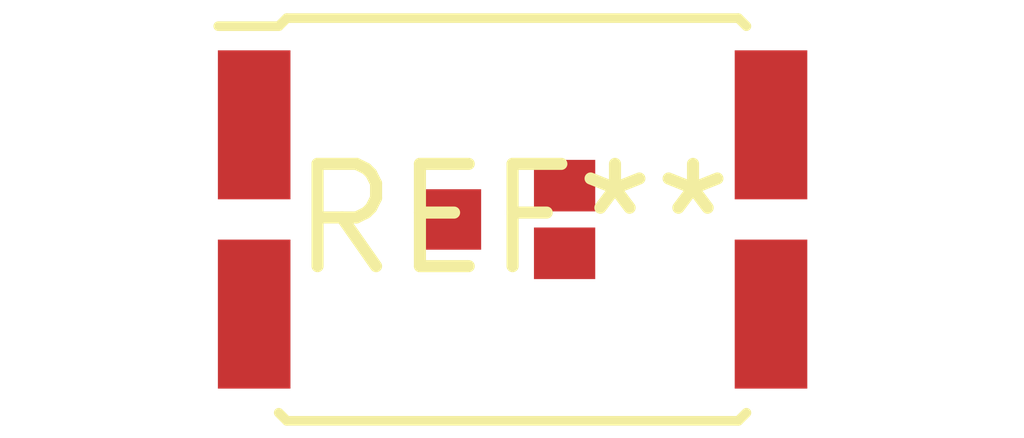
<source format=kicad_pcb>
(kicad_pcb (version 20240108) (generator pcbnew)
  (layers (0 "F.Cu" signal) (31 "B.Cu" signal) (34 "B.Paste" user) (35 "F.Paste" user) (36 "B.SilkS" user "B.Silkscreen") (37 "F.SilkS" user "F.Silkscreen") (38 "B.Mask" user) (39 "F.Mask" user) (44 "Edge.Cuts" user))
  (net 0 "")
  (footprint "DirectFET_MQ" (layer "F.Cu") (at 0 0)
    (property "Reference" "REF**")
    (property "Value" "DirectFET_MQ")
    (fp_line (start -3.65 -2.4) (end -2.9 -2.4) (layer "F.SilkS") (stroke (width 0.12)))
    (fp_line (start -2.9 -2.4) (end -2.8 -2.5) (layer "F.SilkS") (stroke (width 0.12)))
    (fp_line (start -2.8 -2.5) (end 2.8 -2.5) (layer "F.SilkS") (stroke (width 0.12)))
    (fp_line (start -2.8 2.5) (end -2.9 2.4) (layer "F.SilkS") (stroke (width 0.12)))
    (fp_line (start 2.8 -2.5) (end 2.9 -2.4) (layer "F.SilkS") (stroke (width 0.12)))
    (fp_line (start 2.8 2.5) (end -2.8 2.5) (layer "F.SilkS") (stroke (width 0.12)))
    (fp_line (start 2.9 2.4) (end 2.8 2.5) (layer "F.SilkS") (stroke (width 0.12)))
    (pad "1" smd rect (at -3.205 -1.175) (size 0.9 1.85) (layers "F.Cu" "F.Paste" "F.Mask"))
    (pad "1" smd rect (at -3.205 1.175) (size 0.9 1.85) (layers "F.Cu" "F.Paste" "F.Mask"))
    (pad "1" smd rect (at 3.205 -1.175) (size 0.9 1.85) (layers "F.Cu" "F.Paste" "F.Mask"))
    (pad "1" smd rect (at 3.205 1.175) (size 0.9 1.85) (layers "F.Cu" "F.Paste" "F.Mask"))
    (pad "2" smd rect (at -0.765 0) (size 0.75 0.75) (layers "F.Cu" "F.Paste" "F.Mask"))
    (pad "3" smd rect (at 0.645 -0.42) (size 0.76 0.64) (layers "F.Cu" "F.Paste" "F.Mask"))
    (pad "3" smd rect (at 0.645 0.42) (size 0.76 0.64) (layers "F.Cu" "F.Paste" "F.Mask"))
  )
)
</source>
